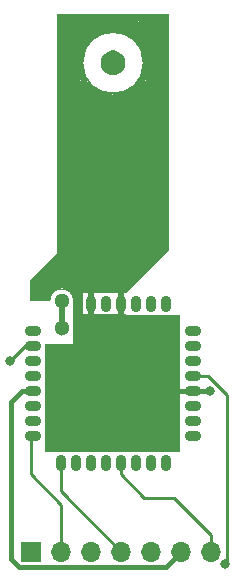
<source format=gbr>
%TF.GenerationSoftware,KiCad,Pcbnew,(5.1.8)-1*%
%TF.CreationDate,2021-01-29T12:29:00+09:00*%
%TF.ProjectId,REF_TWELITE_SMA_CONN,5245465f-5457-4454-9c49-54455f534d41,rev?*%
%TF.SameCoordinates,Original*%
%TF.FileFunction,Copper,L1,Top*%
%TF.FilePolarity,Positive*%
%FSLAX46Y46*%
G04 Gerber Fmt 4.6, Leading zero omitted, Abs format (unit mm)*
G04 Created by KiCad (PCBNEW (5.1.8)-1) date 2021-01-29 12:29:00*
%MOMM*%
%LPD*%
G01*
G04 APERTURE LIST*
%TA.AperFunction,NonConductor*%
%ADD10C,0.100000*%
%TD*%
%TA.AperFunction,EtchedComponent*%
%ADD11C,0.100000*%
%TD*%
%TA.AperFunction,EtchedComponent*%
%ADD12C,0.200000*%
%TD*%
%TA.AperFunction,SMDPad,CuDef*%
%ADD13O,1.400000X0.900000*%
%TD*%
%TA.AperFunction,SMDPad,CuDef*%
%ADD14O,0.900000X1.400000*%
%TD*%
%TA.AperFunction,ComponentPad*%
%ADD15C,1.300000*%
%TD*%
%TA.AperFunction,ComponentPad*%
%ADD16C,0.100000*%
%TD*%
%TA.AperFunction,SMDPad,CuDef*%
%ADD17C,1.300000*%
%TD*%
%TA.AperFunction,ComponentPad*%
%ADD18O,1.700000X1.700000*%
%TD*%
%TA.AperFunction,ComponentPad*%
%ADD19R,1.700000X1.700000*%
%TD*%
%TA.AperFunction,ViaPad*%
%ADD20C,0.800000*%
%TD*%
%TA.AperFunction,Conductor*%
%ADD21C,0.250000*%
%TD*%
%TA.AperFunction,Conductor*%
%ADD22C,0.400000*%
%TD*%
G04 APERTURE END LIST*
D10*
G36*
X114109500Y-68326000D02*
G01*
X118618000Y-68326000D01*
X118618000Y-79883000D01*
X107188000Y-79883000D01*
X107188000Y-70802500D01*
X109537500Y-70802500D01*
X109537500Y-70383400D01*
X111696500Y-69786500D01*
X112204500Y-68326000D01*
X113855500Y-68326000D01*
X113995200Y-68270120D01*
X114109500Y-68326000D01*
G37*
D11*
%TO.C,U1*%
G36*
X108428825Y-65670463D02*
G01*
X108448825Y-66143602D01*
X105914938Y-66118602D01*
X105914938Y-65355923D01*
X108428825Y-65670463D01*
G37*
G36*
X108298825Y-66093602D02*
G01*
X108428825Y-65670463D01*
X117649575Y-62813890D01*
X113997981Y-66465484D01*
X110354500Y-66465484D01*
X109873825Y-66743602D01*
X109498825Y-66743602D01*
X109348825Y-66443602D01*
X109048825Y-66243602D01*
X108598825Y-66068602D01*
X108298825Y-66093602D01*
G37*
G36*
X107748825Y-66493602D02*
G01*
X107573825Y-67118602D01*
X105914938Y-67119283D01*
X105914938Y-66118602D01*
X108323825Y-66118602D01*
X107748825Y-66493602D01*
G37*
G36*
X110354500Y-66465484D02*
G01*
X110354501Y-68268601D01*
X109523825Y-68268602D01*
X109523825Y-66468602D01*
X110354500Y-66465484D01*
G37*
G36*
X113994180Y-70928601D02*
G01*
X109523825Y-70928602D01*
X109523825Y-68268602D01*
X113994599Y-68268601D01*
X113994180Y-70928601D01*
G37*
G36*
X108823825Y-68893601D02*
G01*
X108323825Y-68883601D01*
X108323825Y-67718601D01*
X108823825Y-67718601D01*
X108823825Y-68893601D01*
G37*
G36*
X113794600Y-68293602D02*
G01*
X113294600Y-68293602D01*
X113294600Y-66465484D01*
X113794600Y-66465484D01*
X113794600Y-68293602D01*
G37*
G36*
X111254601Y-68293602D02*
G01*
X110754601Y-68293602D01*
X110754601Y-66465484D01*
X111254601Y-66465484D01*
X111254601Y-68293602D01*
G37*
D12*
X115509576Y-46958240D02*
G75*
G03*
X115509576Y-46958240I-2600000J0D01*
G01*
D11*
G36*
X117649575Y-62813890D02*
G01*
X112409576Y-59358240D01*
X112909576Y-49558240D01*
X113609576Y-49458240D01*
X114509576Y-49058240D01*
X114509576Y-49258240D01*
X114609576Y-49958240D01*
X114909576Y-50358240D01*
X115309576Y-50458240D01*
X115809576Y-50458240D01*
X116109576Y-50258240D01*
X116409576Y-49858240D01*
X116309576Y-49258240D01*
X116109576Y-48758240D01*
X115609576Y-48458240D01*
X115009576Y-48558240D01*
X115309576Y-47958240D01*
X115509576Y-47058240D01*
X115409576Y-46358240D01*
X115109576Y-45558240D01*
X115109576Y-45258240D01*
X115609576Y-45358240D01*
X116009576Y-45158240D01*
X116309576Y-44858240D01*
X116409576Y-44358240D01*
X116209576Y-43858240D01*
X115709576Y-43458240D01*
X115109576Y-43458240D01*
X114709576Y-43758240D01*
X114509576Y-44158240D01*
X114509576Y-44558240D01*
X114609576Y-44858240D01*
X114109576Y-44658240D01*
X113209576Y-44358240D01*
X112709576Y-44358240D01*
X112909576Y-42818240D01*
X117649575Y-42818240D01*
X117649575Y-62813890D01*
G37*
G36*
X113109576Y-44258240D02*
G01*
X112109576Y-44458240D01*
X111309576Y-44958240D01*
X111309576Y-44058240D01*
X110909576Y-43658240D01*
X110409576Y-43458240D01*
X109809576Y-43658240D01*
X109409576Y-44158240D01*
X109509576Y-44958240D01*
X110109576Y-45358240D01*
X110809576Y-45258240D01*
X110409576Y-46258240D01*
X110309576Y-47258240D01*
X110609576Y-48158240D01*
X110809576Y-48658240D01*
X110209576Y-48458240D01*
X109609576Y-48858240D01*
X109409576Y-49458240D01*
X109509576Y-50058240D01*
X110209576Y-50458240D01*
X111009576Y-50258240D01*
X111309576Y-49758240D01*
X111209576Y-49058240D01*
X113009576Y-49658240D01*
X113009576Y-59458240D01*
X108169575Y-63101285D01*
X108169575Y-42818240D01*
X112909576Y-42818240D01*
X113109576Y-44258240D01*
G37*
G36*
X117649575Y-62813890D02*
G01*
X114109576Y-65258240D01*
X114009576Y-65258240D01*
X108509576Y-65958240D01*
X105914938Y-65355923D01*
X108169575Y-63101285D01*
X113609576Y-58558240D01*
X117649575Y-62813890D01*
G37*
X107574777Y-67074983D02*
G75*
G02*
X109573825Y-67118602I999048J-43619D01*
G01*
%TD*%
D13*
%TO.P,U1,17*%
%TO.N,Net-(U1-Pad17)*%
X119644600Y-78548601D03*
D14*
%TO.P,U1,9*%
%TO.N,/RXD*%
X108464600Y-80838601D03*
D13*
%TO.P,U1,1*%
%TO.N,Net-(U1-Pad1)*%
X106174600Y-69658601D03*
D14*
%TO.P,U1,25*%
%TO.N,Net-(U1-Pad25)*%
X117354600Y-67368601D03*
D15*
%TO.P,U1,*%
%TO.N,*%
X108573825Y-67118602D03*
%TA.AperFunction,ComponentPad*%
D16*
G36*
X116488211Y-49652307D02*
G01*
X116468109Y-49753369D01*
X116438197Y-49851974D01*
X116398765Y-49947173D01*
X116350191Y-50038048D01*
X116292944Y-50123724D01*
X116227575Y-50203377D01*
X116154713Y-50276239D01*
X116075060Y-50341608D01*
X115989384Y-50398855D01*
X115898509Y-50447429D01*
X115803310Y-50486861D01*
X115704705Y-50516773D01*
X115603643Y-50536875D01*
X115501097Y-50546975D01*
X115398055Y-50546975D01*
X115295509Y-50536875D01*
X115194447Y-50516773D01*
X115095842Y-50486861D01*
X115000643Y-50447429D01*
X114909768Y-50398855D01*
X114824092Y-50341608D01*
X114744439Y-50276239D01*
X114671577Y-50203377D01*
X114606208Y-50123724D01*
X114548961Y-50038048D01*
X114500387Y-49947173D01*
X114460955Y-49851974D01*
X114431043Y-49753369D01*
X114410941Y-49652307D01*
X114400841Y-49549761D01*
X114400841Y-49446719D01*
X114410941Y-49344173D01*
X114431043Y-49243111D01*
X114460955Y-49144506D01*
X114500387Y-49049307D01*
X114548961Y-48958432D01*
X114606208Y-48872756D01*
X114671577Y-48793103D01*
X114744439Y-48720241D01*
X114824092Y-48654872D01*
X114909768Y-48597625D01*
X115000643Y-48549051D01*
X115095842Y-48509619D01*
X115194447Y-48479707D01*
X115295509Y-48459605D01*
X115398055Y-48449505D01*
X115501097Y-48449505D01*
X115603643Y-48459605D01*
X115704705Y-48479707D01*
X115803310Y-48509619D01*
X115898509Y-48549051D01*
X115989384Y-48597625D01*
X116075060Y-48654872D01*
X116154713Y-48720241D01*
X116227575Y-48793103D01*
X116292944Y-48872756D01*
X116350191Y-48958432D01*
X116398765Y-49049307D01*
X116438197Y-49144506D01*
X116468109Y-49243111D01*
X116488211Y-49344173D01*
X116498311Y-49446719D01*
X116498311Y-49549761D01*
X116488211Y-49652307D01*
G37*
%TD.AperFunction*%
%TA.AperFunction,ComponentPad*%
G36*
X111408211Y-49652307D02*
G01*
X111388109Y-49753369D01*
X111358197Y-49851974D01*
X111318765Y-49947173D01*
X111270191Y-50038048D01*
X111212944Y-50123724D01*
X111147575Y-50203377D01*
X111074713Y-50276239D01*
X110995060Y-50341608D01*
X110909384Y-50398855D01*
X110818509Y-50447429D01*
X110723310Y-50486861D01*
X110624705Y-50516773D01*
X110523643Y-50536875D01*
X110421097Y-50546975D01*
X110318055Y-50546975D01*
X110215509Y-50536875D01*
X110114447Y-50516773D01*
X110015842Y-50486861D01*
X109920643Y-50447429D01*
X109829768Y-50398855D01*
X109744092Y-50341608D01*
X109664439Y-50276239D01*
X109591577Y-50203377D01*
X109526208Y-50123724D01*
X109468961Y-50038048D01*
X109420387Y-49947173D01*
X109380955Y-49851974D01*
X109351043Y-49753369D01*
X109330941Y-49652307D01*
X109320841Y-49549761D01*
X109320841Y-49446719D01*
X109330941Y-49344173D01*
X109351043Y-49243111D01*
X109380955Y-49144506D01*
X109420387Y-49049307D01*
X109468961Y-48958432D01*
X109526208Y-48872756D01*
X109591577Y-48793103D01*
X109664439Y-48720241D01*
X109744092Y-48654872D01*
X109829768Y-48597625D01*
X109920643Y-48549051D01*
X110015842Y-48509619D01*
X110114447Y-48479707D01*
X110215509Y-48459605D01*
X110318055Y-48449505D01*
X110421097Y-48449505D01*
X110523643Y-48459605D01*
X110624705Y-48479707D01*
X110723310Y-48509619D01*
X110818509Y-48549051D01*
X110909384Y-48597625D01*
X110995060Y-48654872D01*
X111074713Y-48720241D01*
X111147575Y-48793103D01*
X111212944Y-48872756D01*
X111270191Y-48958432D01*
X111318765Y-49049307D01*
X111358197Y-49144506D01*
X111388109Y-49243111D01*
X111408211Y-49344173D01*
X111418311Y-49446719D01*
X111418311Y-49549761D01*
X111408211Y-49652307D01*
G37*
%TD.AperFunction*%
%TA.AperFunction,ComponentPad*%
G36*
X111408211Y-44572307D02*
G01*
X111388109Y-44673369D01*
X111358197Y-44771974D01*
X111318765Y-44867173D01*
X111270191Y-44958048D01*
X111212944Y-45043724D01*
X111147575Y-45123377D01*
X111074713Y-45196239D01*
X110995060Y-45261608D01*
X110909384Y-45318855D01*
X110818509Y-45367429D01*
X110723310Y-45406861D01*
X110624705Y-45436773D01*
X110523643Y-45456875D01*
X110421097Y-45466975D01*
X110318055Y-45466975D01*
X110215509Y-45456875D01*
X110114447Y-45436773D01*
X110015842Y-45406861D01*
X109920643Y-45367429D01*
X109829768Y-45318855D01*
X109744092Y-45261608D01*
X109664439Y-45196239D01*
X109591577Y-45123377D01*
X109526208Y-45043724D01*
X109468961Y-44958048D01*
X109420387Y-44867173D01*
X109380955Y-44771974D01*
X109351043Y-44673369D01*
X109330941Y-44572307D01*
X109320841Y-44469761D01*
X109320841Y-44366719D01*
X109330941Y-44264173D01*
X109351043Y-44163111D01*
X109380955Y-44064506D01*
X109420387Y-43969307D01*
X109468961Y-43878432D01*
X109526208Y-43792756D01*
X109591577Y-43713103D01*
X109664439Y-43640241D01*
X109744092Y-43574872D01*
X109829768Y-43517625D01*
X109920643Y-43469051D01*
X110015842Y-43429619D01*
X110114447Y-43399707D01*
X110215509Y-43379605D01*
X110318055Y-43369505D01*
X110421097Y-43369505D01*
X110523643Y-43379605D01*
X110624705Y-43399707D01*
X110723310Y-43429619D01*
X110818509Y-43469051D01*
X110909384Y-43517625D01*
X110995060Y-43574872D01*
X111074713Y-43640241D01*
X111147575Y-43713103D01*
X111212944Y-43792756D01*
X111270191Y-43878432D01*
X111318765Y-43969307D01*
X111358197Y-44064506D01*
X111388109Y-44163111D01*
X111408211Y-44264173D01*
X111418311Y-44366719D01*
X111418311Y-44469761D01*
X111408211Y-44572307D01*
G37*
%TD.AperFunction*%
%TA.AperFunction,ComponentPad*%
G36*
X116488211Y-44572307D02*
G01*
X116468109Y-44673369D01*
X116438197Y-44771974D01*
X116398765Y-44867173D01*
X116350191Y-44958048D01*
X116292944Y-45043724D01*
X116227575Y-45123377D01*
X116154713Y-45196239D01*
X116075060Y-45261608D01*
X115989384Y-45318855D01*
X115898509Y-45367429D01*
X115803310Y-45406861D01*
X115704705Y-45436773D01*
X115603643Y-45456875D01*
X115501097Y-45466975D01*
X115398055Y-45466975D01*
X115295509Y-45456875D01*
X115194447Y-45436773D01*
X115095842Y-45406861D01*
X115000643Y-45367429D01*
X114909768Y-45318855D01*
X114824092Y-45261608D01*
X114744439Y-45196239D01*
X114671577Y-45123377D01*
X114606208Y-45043724D01*
X114548961Y-44958048D01*
X114500387Y-44867173D01*
X114460955Y-44771974D01*
X114431043Y-44673369D01*
X114410941Y-44572307D01*
X114400841Y-44469761D01*
X114400841Y-44366719D01*
X114410941Y-44264173D01*
X114431043Y-44163111D01*
X114460955Y-44064506D01*
X114500387Y-43969307D01*
X114548961Y-43878432D01*
X114606208Y-43792756D01*
X114671577Y-43713103D01*
X114744439Y-43640241D01*
X114824092Y-43574872D01*
X114909768Y-43517625D01*
X115000643Y-43469051D01*
X115095842Y-43429619D01*
X115194447Y-43399707D01*
X115295509Y-43379605D01*
X115398055Y-43369505D01*
X115501097Y-43369505D01*
X115603643Y-43379605D01*
X115704705Y-43399707D01*
X115803310Y-43429619D01*
X115898509Y-43469051D01*
X115989384Y-43517625D01*
X116075060Y-43574872D01*
X116154713Y-43640241D01*
X116227575Y-43713103D01*
X116292944Y-43792756D01*
X116350191Y-43878432D01*
X116398765Y-43969307D01*
X116438197Y-44064506D01*
X116468109Y-44163111D01*
X116488211Y-44264173D01*
X116498311Y-44366719D01*
X116498311Y-44469761D01*
X116488211Y-44572307D01*
G37*
%TD.AperFunction*%
%TA.AperFunction,ComponentPad*%
G36*
X113948211Y-47112307D02*
G01*
X113928109Y-47213369D01*
X113898197Y-47311974D01*
X113858765Y-47407173D01*
X113810191Y-47498048D01*
X113752944Y-47583724D01*
X113687575Y-47663377D01*
X113614713Y-47736239D01*
X113535060Y-47801608D01*
X113449384Y-47858855D01*
X113358509Y-47907429D01*
X113263310Y-47946861D01*
X113164705Y-47976773D01*
X113063643Y-47996875D01*
X112961097Y-48006975D01*
X112858055Y-48006975D01*
X112755509Y-47996875D01*
X112654447Y-47976773D01*
X112555842Y-47946861D01*
X112460643Y-47907429D01*
X112369768Y-47858855D01*
X112284092Y-47801608D01*
X112204439Y-47736239D01*
X112131577Y-47663377D01*
X112066208Y-47583724D01*
X112008961Y-47498048D01*
X111960387Y-47407173D01*
X111920955Y-47311974D01*
X111891043Y-47213369D01*
X111870941Y-47112307D01*
X111860841Y-47009761D01*
X111860841Y-46906719D01*
X111870941Y-46804173D01*
X111891043Y-46703111D01*
X111920955Y-46604506D01*
X111960387Y-46509307D01*
X112008961Y-46418432D01*
X112066208Y-46332756D01*
X112131577Y-46253103D01*
X112204439Y-46180241D01*
X112284092Y-46114872D01*
X112369768Y-46057625D01*
X112460643Y-46009051D01*
X112555842Y-45969619D01*
X112654447Y-45939707D01*
X112755509Y-45919605D01*
X112858055Y-45909505D01*
X112961097Y-45909505D01*
X113063643Y-45919605D01*
X113164705Y-45939707D01*
X113263310Y-45969619D01*
X113358509Y-46009051D01*
X113449384Y-46057625D01*
X113535060Y-46114872D01*
X113614713Y-46180241D01*
X113687575Y-46253103D01*
X113752944Y-46332756D01*
X113810191Y-46418432D01*
X113858765Y-46509307D01*
X113898197Y-46604506D01*
X113928109Y-46703111D01*
X113948211Y-46804173D01*
X113958311Y-46906719D01*
X113958311Y-47009761D01*
X113948211Y-47112307D01*
G37*
%TD.AperFunction*%
D17*
X108574600Y-69388601D03*
D13*
%TO.P,U1,2*%
%TO.N,/PRG*%
X106174600Y-70928601D03*
%TO.P,U1,3*%
%TO.N,Net-(U1-Pad3)*%
X106174600Y-72198601D03*
%TO.P,U1,4*%
%TO.N,Net-(U1-Pad4)*%
X106174600Y-73468601D03*
%TO.P,U1,5*%
%TO.N,/VCC*%
X106174600Y-74738601D03*
%TO.P,U1,6*%
%TO.N,Net-(U1-Pad6)*%
X106174600Y-76008601D03*
%TO.P,U1,7*%
%TO.N,Net-(U1-Pad7)*%
X106174600Y-77278601D03*
%TO.P,U1,8*%
%TO.N,/TXD*%
X106174600Y-78548601D03*
D14*
%TO.P,U1,10*%
%TO.N,Net-(U1-Pad10)*%
X109734600Y-80838601D03*
%TO.P,U1,11*%
%TO.N,Net-(U1-Pad11)*%
X111004600Y-80838601D03*
%TO.P,U1,12*%
%TO.N,Net-(U1-Pad12)*%
X112274600Y-80838601D03*
%TO.P,U1,13*%
%TO.N,/SET*%
X113544600Y-80838601D03*
%TO.P,U1,14*%
%TO.N,Net-(U1-Pad14)*%
X114814600Y-80838601D03*
%TO.P,U1,15*%
%TO.N,Net-(U1-Pad15)*%
X116084600Y-80838601D03*
%TO.P,U1,16*%
%TO.N,Net-(U1-Pad16)*%
X117354600Y-80838601D03*
D13*
%TO.P,U1,18*%
%TO.N,Net-(U1-Pad18)*%
X119644600Y-77278601D03*
%TO.P,U1,19*%
%TO.N,Net-(U1-Pad19)*%
X119644600Y-76008601D03*
%TO.P,U1,20*%
%TO.N,/TWE_GND*%
X119644600Y-74738601D03*
%TO.P,U1,21*%
%TO.N,/RST*%
X119644600Y-73468601D03*
%TO.P,U1,22*%
%TO.N,Net-(U1-Pad22)*%
X119644600Y-72198601D03*
%TO.P,U1,23*%
%TO.N,Net-(U1-Pad23)*%
X119644600Y-70928601D03*
%TO.P,U1,24*%
%TO.N,Net-(U1-Pad24)*%
X119644600Y-69658601D03*
D14*
%TO.P,U1,26*%
%TO.N,Net-(U1-Pad26)*%
X116084600Y-67368601D03*
%TO.P,U1,27*%
%TO.N,Net-(U1-Pad27)*%
X114814600Y-67368601D03*
%TO.P,U1,28*%
%TO.N,/TWE_GND*%
X113544600Y-67368601D03*
%TO.P,U1,29*%
%TO.N,Net-(U1-Pad29)*%
X112274600Y-67368601D03*
%TO.P,U1,30*%
%TO.N,/TWE_GND*%
X111004600Y-67368601D03*
%TD*%
D18*
%TO.P,J2,7*%
%TO.N,/SET*%
X121221500Y-88341200D03*
%TO.P,J2,6*%
%TO.N,/VCC*%
X118681500Y-88341200D03*
%TO.P,J2,5*%
%TO.N,/RST*%
X116141500Y-88341200D03*
%TO.P,J2,4*%
%TO.N,/RXD*%
X113601500Y-88341200D03*
%TO.P,J2,3*%
%TO.N,/PRG*%
X111061500Y-88341200D03*
%TO.P,J2,2*%
%TO.N,/TXD*%
X108521500Y-88341200D03*
D19*
%TO.P,J2,1*%
%TO.N,/TWE_GND*%
X105981500Y-88341200D03*
%TD*%
D20*
%TO.N,/RST*%
X122409979Y-89389979D03*
%TO.N,/PRG*%
X104216200Y-72207120D03*
%TO.N,/TWE_GND*%
X121158000Y-74739500D03*
X112458500Y-69151500D03*
%TD*%
D21*
%TO.N,/SET*%
X121221500Y-88341200D02*
X121221500Y-86931500D01*
X121221500Y-86931500D02*
X118110000Y-83820000D01*
X118110000Y-83820000D02*
X115570000Y-83820000D01*
X113544600Y-81794600D02*
X113544600Y-80588601D01*
X115570000Y-83820000D02*
X113544600Y-81794600D01*
D22*
%TO.N,/VCC*%
X105220399Y-74738601D02*
X105924600Y-74738601D01*
X104267000Y-75692000D02*
X105220399Y-74738601D01*
X104267000Y-88963500D02*
X104267000Y-75692000D01*
X104933500Y-89630000D02*
X104267000Y-88963500D01*
X117392700Y-89630000D02*
X104933500Y-89630000D01*
X118681500Y-88341200D02*
X117392700Y-89630000D01*
D21*
%TO.N,/RST*%
X122555000Y-89244958D02*
X122409979Y-89389979D01*
X122555000Y-75057000D02*
X122555000Y-89244958D01*
X120966601Y-73468601D02*
X122555000Y-75057000D01*
X119394600Y-73468601D02*
X120966601Y-73468601D01*
%TO.N,/RXD*%
X108464600Y-83204300D02*
X108464600Y-80588601D01*
X113601500Y-88341200D02*
X108464600Y-83204300D01*
%TO.N,/PRG*%
X105601399Y-70928601D02*
X105924600Y-70928601D01*
X104223820Y-72199500D02*
X104013000Y-72199500D01*
X105494719Y-70928601D02*
X104223820Y-72199500D01*
X105924600Y-70928601D02*
X105494719Y-70928601D01*
%TO.N,/TXD*%
X108521500Y-84391500D02*
X108521500Y-88341200D01*
X105924600Y-81794600D02*
X108521500Y-84391500D01*
X105924600Y-78548601D02*
X105924600Y-81794600D01*
D22*
%TO.N,/TWE_GND*%
X119394600Y-74738601D02*
X119344699Y-74688700D01*
X113544600Y-67118601D02*
X113544600Y-72739000D01*
X113544600Y-69920100D02*
X113544600Y-67118601D01*
X118313200Y-74688700D02*
X113544600Y-69920100D01*
X121157101Y-74738601D02*
X121158000Y-74739500D01*
X119394600Y-74738601D02*
X121157101Y-74738601D01*
X111004600Y-67945785D02*
X111004600Y-67118601D01*
X119394600Y-74738601D02*
X117797416Y-74738601D01*
X111004600Y-67118601D02*
X111004600Y-65652400D01*
X111004600Y-65652400D02*
X111315500Y-65341500D01*
X111315500Y-65341500D02*
X112966500Y-65341500D01*
X113544600Y-65919600D02*
X113544600Y-67118601D01*
X112966500Y-65341500D02*
X113544600Y-65919600D01*
X111004600Y-69144900D02*
X110998000Y-69151500D01*
X111004600Y-67118601D02*
X111004600Y-69144900D01*
X111011200Y-69151500D02*
X111004600Y-69144900D01*
X112268000Y-69151500D02*
X111011200Y-69151500D01*
%TD*%
M02*

</source>
